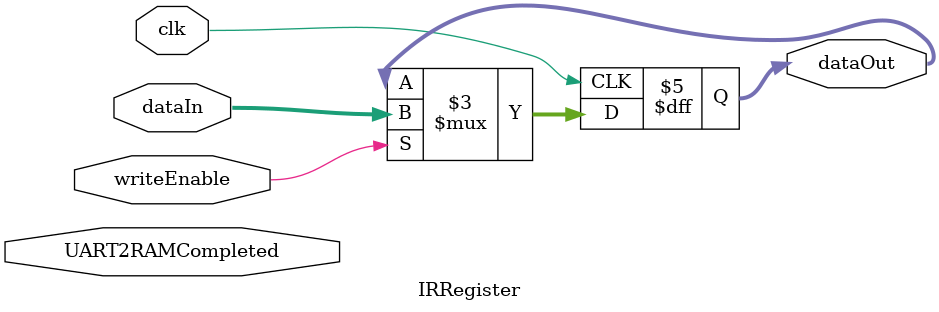
<source format=v>
`timescale 1ns / 1ps
module IRRegister(clk, dataIn, dataOut, writeEnable,UART2RAMCompleted);
	input clk, writeEnable, UART2RAMCompleted;
	input [5:0] dataIn;
	output [5:0] dataOut;
	reg [5:0] dataOut=0;
	
	always @(posedge clk)
		begin
			if (writeEnable)
				begin
					dataOut <= dataIn;
				end
		end

endmodule


</source>
